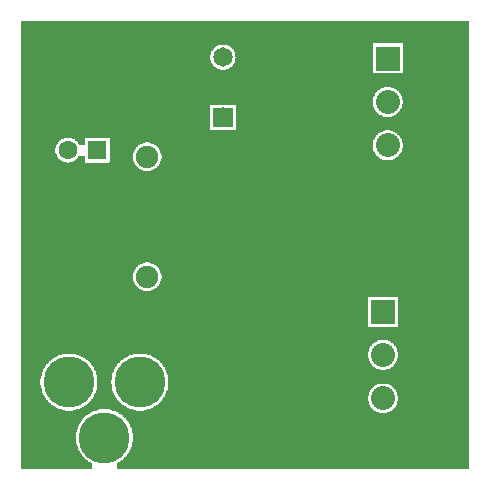
<source format=gbl>
G04 MADE WITH FRITZING*
G04 WWW.FRITZING.ORG*
G04 DOUBLE SIDED*
G04 HOLES PLATED*
G04 CONTOUR ON CENTER OF CONTOUR VECTOR*
%ASAXBY*%
%FSLAX23Y23*%
%MOIN*%
%OFA0B0*%
%SFA1.0B1.0*%
%ADD10C,0.075000*%
%ADD11C,0.170000*%
%ADD12C,0.080000*%
%ADD13C,0.062992*%
%ADD14C,0.065000*%
%ADD15R,0.062992X0.062992*%
%ADD16R,0.001000X0.001000*%
%LNCOPPER0*%
G90*
G70*
G54D10*
X1383Y1471D03*
G54D11*
X436Y330D03*
X199Y330D03*
X317Y145D03*
G54D12*
X1262Y1408D03*
X1262Y1264D03*
X1262Y1119D03*
X1246Y565D03*
X1246Y421D03*
X1246Y276D03*
G54D13*
X294Y1103D03*
X196Y1103D03*
G54D10*
X460Y1081D03*
X460Y681D03*
G54D14*
X713Y1413D03*
X713Y1213D03*
G54D15*
X294Y1103D03*
G36*
X40Y1535D02*
X40Y1459D01*
X1312Y1459D01*
X1312Y1359D01*
X1534Y1359D01*
X1534Y1535D01*
X40Y1535D01*
G37*
D02*
G36*
X40Y1459D02*
X40Y1455D01*
X724Y1455D01*
X724Y1453D01*
X730Y1453D01*
X730Y1451D01*
X734Y1451D01*
X734Y1449D01*
X736Y1449D01*
X736Y1447D01*
X740Y1447D01*
X740Y1445D01*
X742Y1445D01*
X742Y1443D01*
X744Y1443D01*
X744Y1441D01*
X746Y1441D01*
X746Y1437D01*
X748Y1437D01*
X748Y1435D01*
X750Y1435D01*
X750Y1431D01*
X752Y1431D01*
X752Y1425D01*
X754Y1425D01*
X754Y1415D01*
X756Y1415D01*
X756Y1411D01*
X754Y1411D01*
X754Y1401D01*
X752Y1401D01*
X752Y1395D01*
X750Y1395D01*
X750Y1391D01*
X748Y1391D01*
X748Y1389D01*
X746Y1389D01*
X746Y1385D01*
X744Y1385D01*
X744Y1383D01*
X742Y1383D01*
X742Y1381D01*
X740Y1381D01*
X740Y1379D01*
X736Y1379D01*
X736Y1377D01*
X734Y1377D01*
X734Y1375D01*
X730Y1375D01*
X730Y1373D01*
X722Y1373D01*
X722Y1371D01*
X1212Y1371D01*
X1212Y1459D01*
X40Y1459D01*
G37*
D02*
G36*
X40Y1455D02*
X40Y1371D01*
X702Y1371D01*
X702Y1373D01*
X696Y1373D01*
X696Y1375D01*
X692Y1375D01*
X692Y1377D01*
X688Y1377D01*
X688Y1379D01*
X686Y1379D01*
X686Y1381D01*
X684Y1381D01*
X684Y1383D01*
X682Y1383D01*
X682Y1385D01*
X680Y1385D01*
X680Y1387D01*
X678Y1387D01*
X678Y1391D01*
X676Y1391D01*
X676Y1393D01*
X674Y1393D01*
X674Y1399D01*
X672Y1399D01*
X672Y1405D01*
X670Y1405D01*
X670Y1421D01*
X672Y1421D01*
X672Y1427D01*
X674Y1427D01*
X674Y1433D01*
X676Y1433D01*
X676Y1435D01*
X678Y1435D01*
X678Y1439D01*
X680Y1439D01*
X680Y1441D01*
X682Y1441D01*
X682Y1443D01*
X684Y1443D01*
X684Y1445D01*
X686Y1445D01*
X686Y1447D01*
X688Y1447D01*
X688Y1449D01*
X692Y1449D01*
X692Y1451D01*
X696Y1451D01*
X696Y1453D01*
X702Y1453D01*
X702Y1455D01*
X40Y1455D01*
G37*
D02*
G36*
X40Y1371D02*
X40Y1369D01*
X1212Y1369D01*
X1212Y1371D01*
X40Y1371D01*
G37*
D02*
G36*
X40Y1371D02*
X40Y1369D01*
X1212Y1369D01*
X1212Y1371D01*
X40Y1371D01*
G37*
D02*
G36*
X40Y1369D02*
X40Y1359D01*
X1212Y1359D01*
X1212Y1369D01*
X40Y1369D01*
G37*
D02*
G36*
X40Y1359D02*
X40Y1357D01*
X1534Y1357D01*
X1534Y1359D01*
X40Y1359D01*
G37*
D02*
G36*
X40Y1359D02*
X40Y1357D01*
X1534Y1357D01*
X1534Y1359D01*
X40Y1359D01*
G37*
D02*
G36*
X40Y1357D02*
X40Y1313D01*
X1274Y1313D01*
X1274Y1311D01*
X1280Y1311D01*
X1280Y1309D01*
X1284Y1309D01*
X1284Y1307D01*
X1288Y1307D01*
X1288Y1305D01*
X1292Y1305D01*
X1292Y1303D01*
X1294Y1303D01*
X1294Y1301D01*
X1296Y1301D01*
X1296Y1299D01*
X1298Y1299D01*
X1298Y1297D01*
X1300Y1297D01*
X1300Y1295D01*
X1302Y1295D01*
X1302Y1291D01*
X1304Y1291D01*
X1304Y1289D01*
X1306Y1289D01*
X1306Y1285D01*
X1308Y1285D01*
X1308Y1279D01*
X1310Y1279D01*
X1310Y1271D01*
X1312Y1271D01*
X1312Y1257D01*
X1310Y1257D01*
X1310Y1247D01*
X1308Y1247D01*
X1308Y1243D01*
X1306Y1243D01*
X1306Y1239D01*
X1304Y1239D01*
X1304Y1235D01*
X1302Y1235D01*
X1302Y1233D01*
X1300Y1233D01*
X1300Y1231D01*
X1298Y1231D01*
X1298Y1229D01*
X1296Y1229D01*
X1296Y1227D01*
X1294Y1227D01*
X1294Y1225D01*
X1292Y1225D01*
X1292Y1223D01*
X1290Y1223D01*
X1290Y1221D01*
X1286Y1221D01*
X1286Y1219D01*
X1282Y1219D01*
X1282Y1217D01*
X1276Y1217D01*
X1276Y1215D01*
X1266Y1215D01*
X1266Y1213D01*
X1534Y1213D01*
X1534Y1357D01*
X40Y1357D01*
G37*
D02*
G36*
X40Y1313D02*
X40Y1255D01*
X756Y1255D01*
X756Y1213D01*
X1256Y1213D01*
X1256Y1215D01*
X1246Y1215D01*
X1246Y1217D01*
X1242Y1217D01*
X1242Y1219D01*
X1238Y1219D01*
X1238Y1221D01*
X1234Y1221D01*
X1234Y1223D01*
X1232Y1223D01*
X1232Y1225D01*
X1230Y1225D01*
X1230Y1227D01*
X1226Y1227D01*
X1226Y1231D01*
X1224Y1231D01*
X1224Y1233D01*
X1222Y1233D01*
X1222Y1235D01*
X1220Y1235D01*
X1220Y1239D01*
X1218Y1239D01*
X1218Y1241D01*
X1216Y1241D01*
X1216Y1247D01*
X1214Y1247D01*
X1214Y1253D01*
X1212Y1253D01*
X1212Y1275D01*
X1214Y1275D01*
X1214Y1281D01*
X1216Y1281D01*
X1216Y1285D01*
X1218Y1285D01*
X1218Y1289D01*
X1220Y1289D01*
X1220Y1293D01*
X1222Y1293D01*
X1222Y1295D01*
X1224Y1295D01*
X1224Y1297D01*
X1226Y1297D01*
X1226Y1299D01*
X1228Y1299D01*
X1228Y1301D01*
X1230Y1301D01*
X1230Y1303D01*
X1232Y1303D01*
X1232Y1305D01*
X1236Y1305D01*
X1236Y1307D01*
X1240Y1307D01*
X1240Y1309D01*
X1242Y1309D01*
X1242Y1311D01*
X1250Y1311D01*
X1250Y1313D01*
X40Y1313D01*
G37*
D02*
G36*
X40Y1255D02*
X40Y1171D01*
X670Y1171D01*
X670Y1255D01*
X40Y1255D01*
G37*
D02*
G36*
X756Y1213D02*
X756Y1211D01*
X1534Y1211D01*
X1534Y1213D01*
X756Y1213D01*
G37*
D02*
G36*
X756Y1213D02*
X756Y1211D01*
X1534Y1211D01*
X1534Y1213D01*
X756Y1213D01*
G37*
D02*
G36*
X756Y1211D02*
X756Y1171D01*
X1534Y1171D01*
X1534Y1211D01*
X756Y1211D01*
G37*
D02*
G36*
X40Y1171D02*
X40Y1169D01*
X1534Y1169D01*
X1534Y1171D01*
X40Y1171D01*
G37*
D02*
G36*
X40Y1171D02*
X40Y1169D01*
X1534Y1169D01*
X1534Y1171D01*
X40Y1171D01*
G37*
D02*
G36*
X40Y1169D02*
X40Y1145D01*
X336Y1145D01*
X336Y1129D01*
X466Y1129D01*
X466Y1127D01*
X474Y1127D01*
X474Y1125D01*
X480Y1125D01*
X480Y1123D01*
X484Y1123D01*
X484Y1121D01*
X486Y1121D01*
X486Y1119D01*
X490Y1119D01*
X490Y1117D01*
X492Y1117D01*
X492Y1115D01*
X494Y1115D01*
X494Y1113D01*
X496Y1113D01*
X496Y1111D01*
X498Y1111D01*
X498Y1107D01*
X500Y1107D01*
X500Y1105D01*
X502Y1105D01*
X502Y1101D01*
X504Y1101D01*
X504Y1095D01*
X506Y1095D01*
X506Y1087D01*
X508Y1087D01*
X508Y1075D01*
X506Y1075D01*
X506Y1069D01*
X1252Y1069D01*
X1252Y1071D01*
X1244Y1071D01*
X1244Y1073D01*
X1240Y1073D01*
X1240Y1075D01*
X1236Y1075D01*
X1236Y1077D01*
X1234Y1077D01*
X1234Y1079D01*
X1230Y1079D01*
X1230Y1081D01*
X1228Y1081D01*
X1228Y1083D01*
X1226Y1083D01*
X1226Y1085D01*
X1224Y1085D01*
X1224Y1087D01*
X1222Y1087D01*
X1222Y1091D01*
X1220Y1091D01*
X1220Y1093D01*
X1218Y1093D01*
X1218Y1097D01*
X1216Y1097D01*
X1216Y1101D01*
X1214Y1101D01*
X1214Y1109D01*
X1212Y1109D01*
X1212Y1129D01*
X1214Y1129D01*
X1214Y1137D01*
X1216Y1137D01*
X1216Y1141D01*
X1218Y1141D01*
X1218Y1145D01*
X1220Y1145D01*
X1220Y1147D01*
X1222Y1147D01*
X1222Y1151D01*
X1224Y1151D01*
X1224Y1153D01*
X1226Y1153D01*
X1226Y1155D01*
X1228Y1155D01*
X1228Y1157D01*
X1230Y1157D01*
X1230Y1159D01*
X1234Y1159D01*
X1234Y1161D01*
X1236Y1161D01*
X1236Y1163D01*
X1240Y1163D01*
X1240Y1165D01*
X1246Y1165D01*
X1246Y1167D01*
X1252Y1167D01*
X1252Y1169D01*
X40Y1169D01*
G37*
D02*
G36*
X1270Y1169D02*
X1270Y1167D01*
X1278Y1167D01*
X1278Y1165D01*
X1284Y1165D01*
X1284Y1163D01*
X1286Y1163D01*
X1286Y1161D01*
X1290Y1161D01*
X1290Y1159D01*
X1292Y1159D01*
X1292Y1157D01*
X1294Y1157D01*
X1294Y1155D01*
X1298Y1155D01*
X1298Y1151D01*
X1300Y1151D01*
X1300Y1149D01*
X1302Y1149D01*
X1302Y1147D01*
X1304Y1147D01*
X1304Y1143D01*
X1306Y1143D01*
X1306Y1139D01*
X1308Y1139D01*
X1308Y1135D01*
X1310Y1135D01*
X1310Y1127D01*
X1312Y1127D01*
X1312Y1111D01*
X1310Y1111D01*
X1310Y1103D01*
X1308Y1103D01*
X1308Y1097D01*
X1306Y1097D01*
X1306Y1095D01*
X1304Y1095D01*
X1304Y1091D01*
X1302Y1091D01*
X1302Y1089D01*
X1300Y1089D01*
X1300Y1085D01*
X1298Y1085D01*
X1298Y1083D01*
X1296Y1083D01*
X1296Y1081D01*
X1292Y1081D01*
X1292Y1079D01*
X1290Y1079D01*
X1290Y1077D01*
X1286Y1077D01*
X1286Y1075D01*
X1284Y1075D01*
X1284Y1073D01*
X1278Y1073D01*
X1278Y1071D01*
X1272Y1071D01*
X1272Y1069D01*
X1534Y1069D01*
X1534Y1169D01*
X1270Y1169D01*
G37*
D02*
G36*
X40Y1145D02*
X40Y1061D01*
X194Y1061D01*
X194Y1063D01*
X182Y1063D01*
X182Y1065D01*
X178Y1065D01*
X178Y1067D01*
X174Y1067D01*
X174Y1069D01*
X172Y1069D01*
X172Y1071D01*
X168Y1071D01*
X168Y1073D01*
X166Y1073D01*
X166Y1075D01*
X164Y1075D01*
X164Y1077D01*
X162Y1077D01*
X162Y1081D01*
X160Y1081D01*
X160Y1085D01*
X158Y1085D01*
X158Y1089D01*
X156Y1089D01*
X156Y1095D01*
X154Y1095D01*
X154Y1111D01*
X156Y1111D01*
X156Y1119D01*
X158Y1119D01*
X158Y1123D01*
X160Y1123D01*
X160Y1125D01*
X162Y1125D01*
X162Y1129D01*
X164Y1129D01*
X164Y1131D01*
X166Y1131D01*
X166Y1133D01*
X168Y1133D01*
X168Y1135D01*
X170Y1135D01*
X170Y1137D01*
X174Y1137D01*
X174Y1139D01*
X176Y1139D01*
X176Y1141D01*
X182Y1141D01*
X182Y1143D01*
X188Y1143D01*
X188Y1145D01*
X40Y1145D01*
G37*
D02*
G36*
X202Y1145D02*
X202Y1143D01*
X210Y1143D01*
X210Y1141D01*
X214Y1141D01*
X214Y1139D01*
X218Y1139D01*
X218Y1137D01*
X220Y1137D01*
X220Y1135D01*
X224Y1135D01*
X224Y1133D01*
X226Y1133D01*
X226Y1131D01*
X228Y1131D01*
X228Y1127D01*
X230Y1127D01*
X230Y1125D01*
X232Y1125D01*
X232Y1121D01*
X252Y1121D01*
X252Y1145D01*
X202Y1145D01*
G37*
D02*
G36*
X336Y1129D02*
X336Y1063D01*
X334Y1063D01*
X334Y1061D01*
X416Y1061D01*
X416Y1067D01*
X414Y1067D01*
X414Y1075D01*
X412Y1075D01*
X412Y1087D01*
X414Y1087D01*
X414Y1095D01*
X416Y1095D01*
X416Y1101D01*
X418Y1101D01*
X418Y1105D01*
X420Y1105D01*
X420Y1107D01*
X422Y1107D01*
X422Y1111D01*
X424Y1111D01*
X424Y1113D01*
X426Y1113D01*
X426Y1115D01*
X428Y1115D01*
X428Y1117D01*
X430Y1117D01*
X430Y1119D01*
X434Y1119D01*
X434Y1121D01*
X436Y1121D01*
X436Y1123D01*
X440Y1123D01*
X440Y1125D01*
X446Y1125D01*
X446Y1127D01*
X454Y1127D01*
X454Y1129D01*
X336Y1129D01*
G37*
D02*
G36*
X232Y1085D02*
X232Y1083D01*
X230Y1083D01*
X230Y1079D01*
X228Y1079D01*
X228Y1077D01*
X226Y1077D01*
X226Y1075D01*
X224Y1075D01*
X224Y1073D01*
X222Y1073D01*
X222Y1071D01*
X220Y1071D01*
X220Y1069D01*
X218Y1069D01*
X218Y1067D01*
X214Y1067D01*
X214Y1065D01*
X208Y1065D01*
X208Y1063D01*
X198Y1063D01*
X198Y1061D01*
X254Y1061D01*
X254Y1063D01*
X252Y1063D01*
X252Y1085D01*
X232Y1085D01*
G37*
D02*
G36*
X506Y1069D02*
X506Y1067D01*
X1534Y1067D01*
X1534Y1069D01*
X506Y1069D01*
G37*
D02*
G36*
X506Y1069D02*
X506Y1067D01*
X1534Y1067D01*
X1534Y1069D01*
X506Y1069D01*
G37*
D02*
G36*
X504Y1067D02*
X504Y1061D01*
X502Y1061D01*
X502Y1057D01*
X500Y1057D01*
X500Y1055D01*
X498Y1055D01*
X498Y1051D01*
X496Y1051D01*
X496Y1049D01*
X494Y1049D01*
X494Y1047D01*
X492Y1047D01*
X492Y1045D01*
X490Y1045D01*
X490Y1043D01*
X486Y1043D01*
X486Y1041D01*
X484Y1041D01*
X484Y1039D01*
X480Y1039D01*
X480Y1037D01*
X474Y1037D01*
X474Y1035D01*
X466Y1035D01*
X466Y1033D01*
X1534Y1033D01*
X1534Y1067D01*
X504Y1067D01*
G37*
D02*
G36*
X40Y1061D02*
X40Y1059D01*
X418Y1059D01*
X418Y1061D01*
X40Y1061D01*
G37*
D02*
G36*
X40Y1061D02*
X40Y1059D01*
X418Y1059D01*
X418Y1061D01*
X40Y1061D01*
G37*
D02*
G36*
X40Y1061D02*
X40Y1059D01*
X418Y1059D01*
X418Y1061D01*
X40Y1061D01*
G37*
D02*
G36*
X40Y1059D02*
X40Y1033D01*
X454Y1033D01*
X454Y1035D01*
X446Y1035D01*
X446Y1037D01*
X440Y1037D01*
X440Y1039D01*
X436Y1039D01*
X436Y1041D01*
X434Y1041D01*
X434Y1043D01*
X430Y1043D01*
X430Y1045D01*
X428Y1045D01*
X428Y1047D01*
X426Y1047D01*
X426Y1049D01*
X424Y1049D01*
X424Y1051D01*
X422Y1051D01*
X422Y1055D01*
X420Y1055D01*
X420Y1057D01*
X418Y1057D01*
X418Y1059D01*
X40Y1059D01*
G37*
D02*
G36*
X40Y1033D02*
X40Y1031D01*
X1534Y1031D01*
X1534Y1033D01*
X40Y1033D01*
G37*
D02*
G36*
X40Y1033D02*
X40Y1031D01*
X1534Y1031D01*
X1534Y1033D01*
X40Y1033D01*
G37*
D02*
G36*
X40Y1031D02*
X40Y729D01*
X466Y729D01*
X466Y727D01*
X474Y727D01*
X474Y725D01*
X480Y725D01*
X480Y723D01*
X484Y723D01*
X484Y721D01*
X486Y721D01*
X486Y719D01*
X490Y719D01*
X490Y717D01*
X492Y717D01*
X492Y715D01*
X494Y715D01*
X494Y713D01*
X496Y713D01*
X496Y711D01*
X498Y711D01*
X498Y707D01*
X500Y707D01*
X500Y705D01*
X502Y705D01*
X502Y701D01*
X504Y701D01*
X504Y695D01*
X506Y695D01*
X506Y687D01*
X508Y687D01*
X508Y675D01*
X506Y675D01*
X506Y667D01*
X504Y667D01*
X504Y661D01*
X502Y661D01*
X502Y657D01*
X500Y657D01*
X500Y655D01*
X498Y655D01*
X498Y651D01*
X496Y651D01*
X496Y649D01*
X494Y649D01*
X494Y647D01*
X492Y647D01*
X492Y645D01*
X490Y645D01*
X490Y643D01*
X486Y643D01*
X486Y641D01*
X484Y641D01*
X484Y639D01*
X480Y639D01*
X480Y637D01*
X474Y637D01*
X474Y635D01*
X466Y635D01*
X466Y633D01*
X1534Y633D01*
X1534Y1031D01*
X40Y1031D01*
G37*
D02*
G36*
X40Y729D02*
X40Y633D01*
X454Y633D01*
X454Y635D01*
X446Y635D01*
X446Y637D01*
X440Y637D01*
X440Y639D01*
X436Y639D01*
X436Y641D01*
X434Y641D01*
X434Y643D01*
X430Y643D01*
X430Y645D01*
X428Y645D01*
X428Y647D01*
X426Y647D01*
X426Y649D01*
X424Y649D01*
X424Y651D01*
X422Y651D01*
X422Y655D01*
X420Y655D01*
X420Y657D01*
X418Y657D01*
X418Y661D01*
X416Y661D01*
X416Y667D01*
X414Y667D01*
X414Y675D01*
X412Y675D01*
X412Y687D01*
X414Y687D01*
X414Y695D01*
X416Y695D01*
X416Y701D01*
X418Y701D01*
X418Y705D01*
X420Y705D01*
X420Y707D01*
X422Y707D01*
X422Y711D01*
X424Y711D01*
X424Y713D01*
X426Y713D01*
X426Y715D01*
X428Y715D01*
X428Y717D01*
X430Y717D01*
X430Y719D01*
X434Y719D01*
X434Y721D01*
X436Y721D01*
X436Y723D01*
X440Y723D01*
X440Y725D01*
X446Y725D01*
X446Y727D01*
X454Y727D01*
X454Y729D01*
X40Y729D01*
G37*
D02*
G36*
X40Y633D02*
X40Y631D01*
X1534Y631D01*
X1534Y633D01*
X40Y633D01*
G37*
D02*
G36*
X40Y633D02*
X40Y631D01*
X1534Y631D01*
X1534Y633D01*
X40Y633D01*
G37*
D02*
G36*
X40Y631D02*
X40Y615D01*
X1296Y615D01*
X1296Y515D01*
X1534Y515D01*
X1534Y631D01*
X40Y631D01*
G37*
D02*
G36*
X40Y615D02*
X40Y515D01*
X1196Y515D01*
X1196Y615D01*
X40Y615D01*
G37*
D02*
G36*
X40Y515D02*
X40Y513D01*
X1534Y513D01*
X1534Y515D01*
X40Y515D01*
G37*
D02*
G36*
X40Y515D02*
X40Y513D01*
X1534Y513D01*
X1534Y515D01*
X40Y515D01*
G37*
D02*
G36*
X40Y513D02*
X40Y471D01*
X1254Y471D01*
X1254Y469D01*
X1262Y469D01*
X1262Y467D01*
X1268Y467D01*
X1268Y465D01*
X1270Y465D01*
X1270Y463D01*
X1274Y463D01*
X1274Y461D01*
X1276Y461D01*
X1276Y459D01*
X1280Y459D01*
X1280Y457D01*
X1282Y457D01*
X1282Y455D01*
X1284Y455D01*
X1284Y451D01*
X1286Y451D01*
X1286Y449D01*
X1288Y449D01*
X1288Y445D01*
X1290Y445D01*
X1290Y443D01*
X1292Y443D01*
X1292Y437D01*
X1294Y437D01*
X1294Y431D01*
X1296Y431D01*
X1296Y411D01*
X1294Y411D01*
X1294Y403D01*
X1292Y403D01*
X1292Y399D01*
X1290Y399D01*
X1290Y395D01*
X1288Y395D01*
X1288Y393D01*
X1286Y393D01*
X1286Y389D01*
X1284Y389D01*
X1284Y387D01*
X1282Y387D01*
X1282Y385D01*
X1280Y385D01*
X1280Y383D01*
X1278Y383D01*
X1278Y381D01*
X1274Y381D01*
X1274Y379D01*
X1272Y379D01*
X1272Y377D01*
X1268Y377D01*
X1268Y375D01*
X1264Y375D01*
X1264Y373D01*
X1256Y373D01*
X1256Y371D01*
X1534Y371D01*
X1534Y513D01*
X40Y513D01*
G37*
D02*
G36*
X40Y471D02*
X40Y425D01*
X448Y425D01*
X448Y423D01*
X458Y423D01*
X458Y421D01*
X466Y421D01*
X466Y419D01*
X472Y419D01*
X472Y417D01*
X476Y417D01*
X476Y415D01*
X480Y415D01*
X480Y413D01*
X484Y413D01*
X484Y411D01*
X486Y411D01*
X486Y409D01*
X490Y409D01*
X490Y407D01*
X492Y407D01*
X492Y405D01*
X494Y405D01*
X494Y403D01*
X498Y403D01*
X498Y401D01*
X500Y401D01*
X500Y399D01*
X502Y399D01*
X502Y397D01*
X504Y397D01*
X504Y395D01*
X506Y395D01*
X506Y393D01*
X508Y393D01*
X508Y391D01*
X510Y391D01*
X510Y387D01*
X512Y387D01*
X512Y385D01*
X514Y385D01*
X514Y381D01*
X516Y381D01*
X516Y379D01*
X518Y379D01*
X518Y375D01*
X520Y375D01*
X520Y371D01*
X1236Y371D01*
X1236Y373D01*
X1228Y373D01*
X1228Y375D01*
X1224Y375D01*
X1224Y377D01*
X1220Y377D01*
X1220Y379D01*
X1218Y379D01*
X1218Y381D01*
X1214Y381D01*
X1214Y383D01*
X1212Y383D01*
X1212Y385D01*
X1210Y385D01*
X1210Y387D01*
X1208Y387D01*
X1208Y389D01*
X1206Y389D01*
X1206Y393D01*
X1204Y393D01*
X1204Y395D01*
X1202Y395D01*
X1202Y399D01*
X1200Y399D01*
X1200Y405D01*
X1198Y405D01*
X1198Y411D01*
X1196Y411D01*
X1196Y429D01*
X1198Y429D01*
X1198Y437D01*
X1200Y437D01*
X1200Y443D01*
X1202Y443D01*
X1202Y445D01*
X1204Y445D01*
X1204Y449D01*
X1206Y449D01*
X1206Y451D01*
X1208Y451D01*
X1208Y455D01*
X1210Y455D01*
X1210Y457D01*
X1212Y457D01*
X1212Y459D01*
X1216Y459D01*
X1216Y461D01*
X1218Y461D01*
X1218Y463D01*
X1222Y463D01*
X1222Y465D01*
X1226Y465D01*
X1226Y467D01*
X1230Y467D01*
X1230Y469D01*
X1238Y469D01*
X1238Y471D01*
X40Y471D01*
G37*
D02*
G36*
X40Y425D02*
X40Y235D01*
X186Y235D01*
X186Y237D01*
X176Y237D01*
X176Y239D01*
X170Y239D01*
X170Y241D01*
X164Y241D01*
X164Y243D01*
X160Y243D01*
X160Y245D01*
X156Y245D01*
X156Y247D01*
X152Y247D01*
X152Y249D01*
X148Y249D01*
X148Y251D01*
X146Y251D01*
X146Y253D01*
X142Y253D01*
X142Y255D01*
X140Y255D01*
X140Y257D01*
X138Y257D01*
X138Y259D01*
X136Y259D01*
X136Y261D01*
X134Y261D01*
X134Y263D01*
X132Y263D01*
X132Y265D01*
X130Y265D01*
X130Y267D01*
X128Y267D01*
X128Y269D01*
X126Y269D01*
X126Y271D01*
X124Y271D01*
X124Y273D01*
X122Y273D01*
X122Y277D01*
X120Y277D01*
X120Y279D01*
X118Y279D01*
X118Y283D01*
X116Y283D01*
X116Y287D01*
X114Y287D01*
X114Y291D01*
X112Y291D01*
X112Y295D01*
X110Y295D01*
X110Y301D01*
X108Y301D01*
X108Y309D01*
X106Y309D01*
X106Y319D01*
X104Y319D01*
X104Y341D01*
X106Y341D01*
X106Y351D01*
X108Y351D01*
X108Y359D01*
X110Y359D01*
X110Y365D01*
X112Y365D01*
X112Y369D01*
X114Y369D01*
X114Y373D01*
X116Y373D01*
X116Y377D01*
X118Y377D01*
X118Y381D01*
X120Y381D01*
X120Y383D01*
X122Y383D01*
X122Y387D01*
X124Y387D01*
X124Y389D01*
X126Y389D01*
X126Y391D01*
X128Y391D01*
X128Y393D01*
X130Y393D01*
X130Y395D01*
X132Y395D01*
X132Y397D01*
X134Y397D01*
X134Y399D01*
X136Y399D01*
X136Y401D01*
X138Y401D01*
X138Y403D01*
X140Y403D01*
X140Y405D01*
X142Y405D01*
X142Y407D01*
X146Y407D01*
X146Y409D01*
X148Y409D01*
X148Y411D01*
X152Y411D01*
X152Y413D01*
X156Y413D01*
X156Y415D01*
X160Y415D01*
X160Y417D01*
X164Y417D01*
X164Y419D01*
X170Y419D01*
X170Y421D01*
X176Y421D01*
X176Y423D01*
X188Y423D01*
X188Y425D01*
X40Y425D01*
G37*
D02*
G36*
X212Y425D02*
X212Y423D01*
X222Y423D01*
X222Y421D01*
X230Y421D01*
X230Y419D01*
X234Y419D01*
X234Y417D01*
X240Y417D01*
X240Y415D01*
X244Y415D01*
X244Y413D01*
X246Y413D01*
X246Y411D01*
X250Y411D01*
X250Y409D01*
X254Y409D01*
X254Y407D01*
X256Y407D01*
X256Y405D01*
X258Y405D01*
X258Y403D01*
X262Y403D01*
X262Y401D01*
X264Y401D01*
X264Y399D01*
X266Y399D01*
X266Y397D01*
X268Y397D01*
X268Y395D01*
X270Y395D01*
X270Y393D01*
X272Y393D01*
X272Y389D01*
X274Y389D01*
X274Y387D01*
X276Y387D01*
X276Y385D01*
X278Y385D01*
X278Y381D01*
X280Y381D01*
X280Y379D01*
X282Y379D01*
X282Y375D01*
X284Y375D01*
X284Y371D01*
X286Y371D01*
X286Y367D01*
X288Y367D01*
X288Y361D01*
X290Y361D01*
X290Y355D01*
X292Y355D01*
X292Y345D01*
X294Y345D01*
X294Y315D01*
X292Y315D01*
X292Y305D01*
X290Y305D01*
X290Y299D01*
X288Y299D01*
X288Y293D01*
X286Y293D01*
X286Y289D01*
X284Y289D01*
X284Y285D01*
X282Y285D01*
X282Y281D01*
X280Y281D01*
X280Y279D01*
X278Y279D01*
X278Y275D01*
X276Y275D01*
X276Y273D01*
X274Y273D01*
X274Y271D01*
X272Y271D01*
X272Y267D01*
X270Y267D01*
X270Y265D01*
X268Y265D01*
X268Y263D01*
X266Y263D01*
X266Y261D01*
X264Y261D01*
X264Y259D01*
X262Y259D01*
X262Y257D01*
X258Y257D01*
X258Y255D01*
X256Y255D01*
X256Y253D01*
X254Y253D01*
X254Y251D01*
X250Y251D01*
X250Y249D01*
X248Y249D01*
X248Y247D01*
X244Y247D01*
X244Y245D01*
X240Y245D01*
X240Y243D01*
X236Y243D01*
X236Y241D01*
X230Y241D01*
X230Y239D01*
X336Y239D01*
X336Y237D01*
X344Y237D01*
X344Y235D01*
X422Y235D01*
X422Y237D01*
X412Y237D01*
X412Y239D01*
X406Y239D01*
X406Y241D01*
X400Y241D01*
X400Y243D01*
X396Y243D01*
X396Y245D01*
X392Y245D01*
X392Y247D01*
X388Y247D01*
X388Y249D01*
X384Y249D01*
X384Y251D01*
X382Y251D01*
X382Y253D01*
X378Y253D01*
X378Y255D01*
X376Y255D01*
X376Y257D01*
X374Y257D01*
X374Y259D01*
X372Y259D01*
X372Y261D01*
X370Y261D01*
X370Y263D01*
X368Y263D01*
X368Y265D01*
X366Y265D01*
X366Y267D01*
X364Y267D01*
X364Y269D01*
X362Y269D01*
X362Y271D01*
X360Y271D01*
X360Y275D01*
X358Y275D01*
X358Y277D01*
X356Y277D01*
X356Y279D01*
X354Y279D01*
X354Y283D01*
X352Y283D01*
X352Y287D01*
X350Y287D01*
X350Y291D01*
X348Y291D01*
X348Y295D01*
X346Y295D01*
X346Y301D01*
X344Y301D01*
X344Y309D01*
X342Y309D01*
X342Y323D01*
X340Y323D01*
X340Y337D01*
X342Y337D01*
X342Y351D01*
X344Y351D01*
X344Y359D01*
X346Y359D01*
X346Y363D01*
X348Y363D01*
X348Y369D01*
X350Y369D01*
X350Y373D01*
X352Y373D01*
X352Y377D01*
X354Y377D01*
X354Y379D01*
X356Y379D01*
X356Y383D01*
X358Y383D01*
X358Y385D01*
X360Y385D01*
X360Y389D01*
X362Y389D01*
X362Y391D01*
X364Y391D01*
X364Y393D01*
X366Y393D01*
X366Y395D01*
X368Y395D01*
X368Y397D01*
X370Y397D01*
X370Y399D01*
X372Y399D01*
X372Y401D01*
X374Y401D01*
X374Y403D01*
X376Y403D01*
X376Y405D01*
X378Y405D01*
X378Y407D01*
X382Y407D01*
X382Y409D01*
X384Y409D01*
X384Y411D01*
X388Y411D01*
X388Y413D01*
X392Y413D01*
X392Y415D01*
X396Y415D01*
X396Y417D01*
X400Y417D01*
X400Y419D01*
X406Y419D01*
X406Y421D01*
X412Y421D01*
X412Y423D01*
X424Y423D01*
X424Y425D01*
X212Y425D01*
G37*
D02*
G36*
X522Y371D02*
X522Y369D01*
X1534Y369D01*
X1534Y371D01*
X522Y371D01*
G37*
D02*
G36*
X522Y371D02*
X522Y369D01*
X1534Y369D01*
X1534Y371D01*
X522Y371D01*
G37*
D02*
G36*
X522Y369D02*
X522Y367D01*
X524Y367D01*
X524Y361D01*
X526Y361D01*
X526Y355D01*
X528Y355D01*
X528Y347D01*
X530Y347D01*
X530Y325D01*
X1260Y325D01*
X1260Y323D01*
X1266Y323D01*
X1266Y321D01*
X1270Y321D01*
X1270Y319D01*
X1272Y319D01*
X1272Y317D01*
X1276Y317D01*
X1276Y315D01*
X1278Y315D01*
X1278Y313D01*
X1280Y313D01*
X1280Y311D01*
X1282Y311D01*
X1282Y309D01*
X1284Y309D01*
X1284Y307D01*
X1286Y307D01*
X1286Y305D01*
X1288Y305D01*
X1288Y301D01*
X1290Y301D01*
X1290Y297D01*
X1292Y297D01*
X1292Y293D01*
X1294Y293D01*
X1294Y285D01*
X1296Y285D01*
X1296Y267D01*
X1294Y267D01*
X1294Y259D01*
X1292Y259D01*
X1292Y255D01*
X1290Y255D01*
X1290Y251D01*
X1288Y251D01*
X1288Y247D01*
X1286Y247D01*
X1286Y245D01*
X1284Y245D01*
X1284Y243D01*
X1282Y243D01*
X1282Y241D01*
X1280Y241D01*
X1280Y239D01*
X1278Y239D01*
X1278Y237D01*
X1276Y237D01*
X1276Y235D01*
X1272Y235D01*
X1272Y233D01*
X1270Y233D01*
X1270Y231D01*
X1266Y231D01*
X1266Y229D01*
X1260Y229D01*
X1260Y227D01*
X1534Y227D01*
X1534Y369D01*
X522Y369D01*
G37*
D02*
G36*
X530Y325D02*
X530Y313D01*
X528Y313D01*
X528Y305D01*
X526Y305D01*
X526Y299D01*
X524Y299D01*
X524Y293D01*
X522Y293D01*
X522Y289D01*
X520Y289D01*
X520Y285D01*
X518Y285D01*
X518Y281D01*
X516Y281D01*
X516Y279D01*
X514Y279D01*
X514Y275D01*
X512Y275D01*
X512Y273D01*
X510Y273D01*
X510Y269D01*
X508Y269D01*
X508Y267D01*
X506Y267D01*
X506Y265D01*
X504Y265D01*
X504Y263D01*
X502Y263D01*
X502Y261D01*
X500Y261D01*
X500Y259D01*
X498Y259D01*
X498Y257D01*
X496Y257D01*
X496Y255D01*
X492Y255D01*
X492Y253D01*
X490Y253D01*
X490Y251D01*
X486Y251D01*
X486Y249D01*
X484Y249D01*
X484Y247D01*
X480Y247D01*
X480Y245D01*
X476Y245D01*
X476Y243D01*
X472Y243D01*
X472Y241D01*
X466Y241D01*
X466Y239D01*
X458Y239D01*
X458Y237D01*
X448Y237D01*
X448Y235D01*
X1216Y235D01*
X1216Y237D01*
X1214Y237D01*
X1214Y239D01*
X1212Y239D01*
X1212Y241D01*
X1210Y241D01*
X1210Y243D01*
X1208Y243D01*
X1208Y245D01*
X1206Y245D01*
X1206Y247D01*
X1204Y247D01*
X1204Y251D01*
X1202Y251D01*
X1202Y255D01*
X1200Y255D01*
X1200Y259D01*
X1198Y259D01*
X1198Y267D01*
X1196Y267D01*
X1196Y285D01*
X1198Y285D01*
X1198Y293D01*
X1200Y293D01*
X1200Y297D01*
X1202Y297D01*
X1202Y301D01*
X1204Y301D01*
X1204Y305D01*
X1206Y305D01*
X1206Y307D01*
X1208Y307D01*
X1208Y309D01*
X1210Y309D01*
X1210Y311D01*
X1212Y311D01*
X1212Y313D01*
X1214Y313D01*
X1214Y315D01*
X1216Y315D01*
X1216Y317D01*
X1220Y317D01*
X1220Y319D01*
X1222Y319D01*
X1222Y321D01*
X1226Y321D01*
X1226Y323D01*
X1232Y323D01*
X1232Y325D01*
X530Y325D01*
G37*
D02*
G36*
X222Y239D02*
X222Y237D01*
X212Y237D01*
X212Y235D01*
X292Y235D01*
X292Y237D01*
X300Y237D01*
X300Y239D01*
X222Y239D01*
G37*
D02*
G36*
X40Y235D02*
X40Y233D01*
X284Y233D01*
X284Y235D01*
X40Y235D01*
G37*
D02*
G36*
X40Y235D02*
X40Y233D01*
X284Y233D01*
X284Y235D01*
X40Y235D01*
G37*
D02*
G36*
X350Y235D02*
X350Y233D01*
X1220Y233D01*
X1220Y235D01*
X350Y235D01*
G37*
D02*
G36*
X350Y235D02*
X350Y233D01*
X1220Y233D01*
X1220Y235D01*
X350Y235D01*
G37*
D02*
G36*
X40Y233D02*
X40Y41D01*
X276Y41D01*
X276Y61D01*
X272Y61D01*
X272Y63D01*
X268Y63D01*
X268Y65D01*
X264Y65D01*
X264Y67D01*
X262Y67D01*
X262Y69D01*
X260Y69D01*
X260Y71D01*
X256Y71D01*
X256Y73D01*
X254Y73D01*
X254Y75D01*
X252Y75D01*
X252Y77D01*
X250Y77D01*
X250Y79D01*
X248Y79D01*
X248Y81D01*
X246Y81D01*
X246Y83D01*
X244Y83D01*
X244Y87D01*
X242Y87D01*
X242Y89D01*
X240Y89D01*
X240Y91D01*
X238Y91D01*
X238Y95D01*
X236Y95D01*
X236Y99D01*
X234Y99D01*
X234Y101D01*
X232Y101D01*
X232Y105D01*
X230Y105D01*
X230Y111D01*
X228Y111D01*
X228Y117D01*
X226Y117D01*
X226Y123D01*
X224Y123D01*
X224Y135D01*
X222Y135D01*
X222Y155D01*
X224Y155D01*
X224Y165D01*
X226Y165D01*
X226Y173D01*
X228Y173D01*
X228Y179D01*
X230Y179D01*
X230Y185D01*
X232Y185D01*
X232Y189D01*
X234Y189D01*
X234Y191D01*
X236Y191D01*
X236Y195D01*
X238Y195D01*
X238Y199D01*
X240Y199D01*
X240Y201D01*
X242Y201D01*
X242Y203D01*
X244Y203D01*
X244Y207D01*
X246Y207D01*
X246Y209D01*
X248Y209D01*
X248Y211D01*
X250Y211D01*
X250Y213D01*
X252Y213D01*
X252Y215D01*
X254Y215D01*
X254Y217D01*
X256Y217D01*
X256Y219D01*
X260Y219D01*
X260Y221D01*
X262Y221D01*
X262Y223D01*
X266Y223D01*
X266Y225D01*
X268Y225D01*
X268Y227D01*
X272Y227D01*
X272Y229D01*
X276Y229D01*
X276Y231D01*
X280Y231D01*
X280Y233D01*
X40Y233D01*
G37*
D02*
G36*
X356Y233D02*
X356Y231D01*
X360Y231D01*
X360Y229D01*
X364Y229D01*
X364Y227D01*
X1232Y227D01*
X1232Y229D01*
X1226Y229D01*
X1226Y231D01*
X1222Y231D01*
X1222Y233D01*
X356Y233D01*
G37*
D02*
G36*
X366Y227D02*
X366Y225D01*
X1534Y225D01*
X1534Y227D01*
X366Y227D01*
G37*
D02*
G36*
X366Y227D02*
X366Y225D01*
X1534Y225D01*
X1534Y227D01*
X366Y227D01*
G37*
D02*
G36*
X370Y225D02*
X370Y223D01*
X372Y223D01*
X372Y221D01*
X376Y221D01*
X376Y219D01*
X378Y219D01*
X378Y217D01*
X380Y217D01*
X380Y215D01*
X382Y215D01*
X382Y213D01*
X384Y213D01*
X384Y211D01*
X386Y211D01*
X386Y209D01*
X388Y209D01*
X388Y207D01*
X390Y207D01*
X390Y205D01*
X392Y205D01*
X392Y203D01*
X394Y203D01*
X394Y199D01*
X396Y199D01*
X396Y197D01*
X398Y197D01*
X398Y193D01*
X400Y193D01*
X400Y189D01*
X402Y189D01*
X402Y185D01*
X404Y185D01*
X404Y181D01*
X406Y181D01*
X406Y177D01*
X408Y177D01*
X408Y169D01*
X410Y169D01*
X410Y161D01*
X412Y161D01*
X412Y129D01*
X410Y129D01*
X410Y121D01*
X408Y121D01*
X408Y113D01*
X406Y113D01*
X406Y107D01*
X404Y107D01*
X404Y103D01*
X402Y103D01*
X402Y99D01*
X400Y99D01*
X400Y97D01*
X398Y97D01*
X398Y93D01*
X396Y93D01*
X396Y91D01*
X394Y91D01*
X394Y87D01*
X392Y87D01*
X392Y85D01*
X390Y85D01*
X390Y83D01*
X388Y83D01*
X388Y81D01*
X386Y81D01*
X386Y79D01*
X384Y79D01*
X384Y77D01*
X382Y77D01*
X382Y75D01*
X380Y75D01*
X380Y73D01*
X378Y73D01*
X378Y71D01*
X376Y71D01*
X376Y69D01*
X372Y69D01*
X372Y67D01*
X370Y67D01*
X370Y65D01*
X366Y65D01*
X366Y63D01*
X364Y63D01*
X364Y61D01*
X360Y61D01*
X360Y41D01*
X1534Y41D01*
X1534Y225D01*
X370Y225D01*
G37*
D02*
G54D16*
X1222Y1448D02*
X1301Y1448D01*
X1222Y1447D02*
X1301Y1447D01*
X1222Y1446D02*
X1301Y1446D01*
X1222Y1445D02*
X1301Y1445D01*
X1222Y1444D02*
X1301Y1444D01*
X1222Y1443D02*
X1301Y1443D01*
X1222Y1442D02*
X1301Y1442D01*
X1222Y1441D02*
X1301Y1441D01*
X1222Y1440D02*
X1301Y1440D01*
X1222Y1439D02*
X1301Y1439D01*
X1222Y1438D02*
X1301Y1438D01*
X1222Y1437D02*
X1301Y1437D01*
X1222Y1436D02*
X1301Y1436D01*
X1222Y1435D02*
X1301Y1435D01*
X1222Y1434D02*
X1301Y1434D01*
X1222Y1433D02*
X1301Y1433D01*
X1222Y1432D02*
X1301Y1432D01*
X1222Y1431D02*
X1255Y1431D01*
X1268Y1431D02*
X1301Y1431D01*
X1222Y1430D02*
X1252Y1430D01*
X1271Y1430D02*
X1301Y1430D01*
X1222Y1429D02*
X1250Y1429D01*
X1273Y1429D02*
X1301Y1429D01*
X1222Y1428D02*
X1248Y1428D01*
X1275Y1428D02*
X1301Y1428D01*
X1222Y1427D02*
X1247Y1427D01*
X1276Y1427D02*
X1301Y1427D01*
X1222Y1426D02*
X1246Y1426D01*
X1277Y1426D02*
X1301Y1426D01*
X1222Y1425D02*
X1245Y1425D01*
X1279Y1425D02*
X1301Y1425D01*
X1222Y1424D02*
X1244Y1424D01*
X1280Y1424D02*
X1301Y1424D01*
X1222Y1423D02*
X1243Y1423D01*
X1280Y1423D02*
X1301Y1423D01*
X1222Y1422D02*
X1242Y1422D01*
X1281Y1422D02*
X1301Y1422D01*
X1222Y1421D02*
X1241Y1421D01*
X1282Y1421D02*
X1301Y1421D01*
X1222Y1420D02*
X1241Y1420D01*
X1283Y1420D02*
X1301Y1420D01*
X1222Y1419D02*
X1240Y1419D01*
X1283Y1419D02*
X1301Y1419D01*
X1222Y1418D02*
X1240Y1418D01*
X1284Y1418D02*
X1301Y1418D01*
X1222Y1417D02*
X1239Y1417D01*
X1284Y1417D02*
X1301Y1417D01*
X1222Y1416D02*
X1239Y1416D01*
X1284Y1416D02*
X1301Y1416D01*
X1222Y1415D02*
X1239Y1415D01*
X1285Y1415D02*
X1301Y1415D01*
X1222Y1414D02*
X1238Y1414D01*
X1285Y1414D02*
X1301Y1414D01*
X1222Y1413D02*
X1238Y1413D01*
X1285Y1413D02*
X1301Y1413D01*
X1222Y1412D02*
X1238Y1412D01*
X1285Y1412D02*
X1301Y1412D01*
X1222Y1411D02*
X1238Y1411D01*
X1286Y1411D02*
X1301Y1411D01*
X1222Y1410D02*
X1238Y1410D01*
X1286Y1410D02*
X1301Y1410D01*
X1222Y1409D02*
X1237Y1409D01*
X1286Y1409D02*
X1301Y1409D01*
X1222Y1408D02*
X1237Y1408D01*
X1286Y1408D02*
X1301Y1408D01*
X1222Y1407D02*
X1238Y1407D01*
X1286Y1407D02*
X1301Y1407D01*
X1222Y1406D02*
X1238Y1406D01*
X1286Y1406D02*
X1301Y1406D01*
X1222Y1405D02*
X1238Y1405D01*
X1286Y1405D02*
X1301Y1405D01*
X1222Y1404D02*
X1238Y1404D01*
X1285Y1404D02*
X1301Y1404D01*
X1222Y1403D02*
X1238Y1403D01*
X1285Y1403D02*
X1301Y1403D01*
X1222Y1402D02*
X1238Y1402D01*
X1285Y1402D02*
X1301Y1402D01*
X1222Y1401D02*
X1239Y1401D01*
X1285Y1401D02*
X1301Y1401D01*
X1222Y1400D02*
X1239Y1400D01*
X1284Y1400D02*
X1301Y1400D01*
X1222Y1399D02*
X1239Y1399D01*
X1284Y1399D02*
X1301Y1399D01*
X1222Y1398D02*
X1240Y1398D01*
X1283Y1398D02*
X1301Y1398D01*
X1222Y1397D02*
X1240Y1397D01*
X1283Y1397D02*
X1301Y1397D01*
X1222Y1396D02*
X1241Y1396D01*
X1282Y1396D02*
X1301Y1396D01*
X1222Y1395D02*
X1241Y1395D01*
X1282Y1395D02*
X1301Y1395D01*
X1222Y1394D02*
X1242Y1394D01*
X1281Y1394D02*
X1301Y1394D01*
X1222Y1393D02*
X1243Y1393D01*
X1280Y1393D02*
X1301Y1393D01*
X1222Y1392D02*
X1244Y1392D01*
X1279Y1392D02*
X1301Y1392D01*
X1222Y1391D02*
X1245Y1391D01*
X1278Y1391D02*
X1301Y1391D01*
X1222Y1390D02*
X1246Y1390D01*
X1277Y1390D02*
X1301Y1390D01*
X1222Y1389D02*
X1247Y1389D01*
X1276Y1389D02*
X1301Y1389D01*
X1222Y1388D02*
X1249Y1388D01*
X1274Y1388D02*
X1301Y1388D01*
X1222Y1387D02*
X1251Y1387D01*
X1273Y1387D02*
X1301Y1387D01*
X1222Y1386D02*
X1253Y1386D01*
X1270Y1386D02*
X1301Y1386D01*
X1222Y1385D02*
X1256Y1385D01*
X1267Y1385D02*
X1301Y1385D01*
X1222Y1384D02*
X1301Y1384D01*
X1222Y1383D02*
X1301Y1383D01*
X1222Y1382D02*
X1301Y1382D01*
X1222Y1381D02*
X1301Y1381D01*
X1222Y1380D02*
X1301Y1380D01*
X1222Y1379D02*
X1301Y1379D01*
X1222Y1378D02*
X1301Y1378D01*
X1222Y1377D02*
X1301Y1377D01*
X1222Y1376D02*
X1301Y1376D01*
X1222Y1375D02*
X1301Y1375D01*
X1222Y1374D02*
X1301Y1374D01*
X1222Y1373D02*
X1301Y1373D01*
X1222Y1372D02*
X1301Y1372D01*
X1222Y1371D02*
X1301Y1371D01*
X1222Y1370D02*
X1301Y1370D01*
X1222Y1369D02*
X1301Y1369D01*
X681Y1245D02*
X745Y1245D01*
X681Y1244D02*
X745Y1244D01*
X681Y1243D02*
X745Y1243D01*
X681Y1242D02*
X745Y1242D01*
X681Y1241D02*
X745Y1241D01*
X681Y1240D02*
X745Y1240D01*
X681Y1239D02*
X745Y1239D01*
X681Y1238D02*
X745Y1238D01*
X681Y1237D02*
X745Y1237D01*
X681Y1236D02*
X745Y1236D01*
X681Y1235D02*
X745Y1235D01*
X681Y1234D02*
X745Y1234D01*
X681Y1233D02*
X745Y1233D01*
X681Y1232D02*
X745Y1232D01*
X681Y1231D02*
X745Y1231D01*
X681Y1230D02*
X745Y1230D01*
X681Y1229D02*
X745Y1229D01*
X681Y1228D02*
X745Y1228D01*
X681Y1227D02*
X745Y1227D01*
X681Y1226D02*
X709Y1226D01*
X717Y1226D02*
X745Y1226D01*
X681Y1225D02*
X706Y1225D01*
X719Y1225D02*
X745Y1225D01*
X681Y1224D02*
X704Y1224D01*
X721Y1224D02*
X745Y1224D01*
X681Y1223D02*
X703Y1223D01*
X722Y1223D02*
X745Y1223D01*
X681Y1222D02*
X702Y1222D01*
X723Y1222D02*
X745Y1222D01*
X681Y1221D02*
X701Y1221D01*
X724Y1221D02*
X745Y1221D01*
X681Y1220D02*
X701Y1220D01*
X725Y1220D02*
X745Y1220D01*
X681Y1219D02*
X700Y1219D01*
X725Y1219D02*
X745Y1219D01*
X681Y1218D02*
X700Y1218D01*
X726Y1218D02*
X745Y1218D01*
X681Y1217D02*
X699Y1217D01*
X726Y1217D02*
X745Y1217D01*
X681Y1216D02*
X699Y1216D01*
X727Y1216D02*
X745Y1216D01*
X681Y1215D02*
X699Y1215D01*
X727Y1215D02*
X745Y1215D01*
X681Y1214D02*
X699Y1214D01*
X727Y1214D02*
X745Y1214D01*
X681Y1213D02*
X699Y1213D01*
X727Y1213D02*
X745Y1213D01*
X681Y1212D02*
X699Y1212D01*
X727Y1212D02*
X745Y1212D01*
X681Y1211D02*
X699Y1211D01*
X727Y1211D02*
X745Y1211D01*
X681Y1210D02*
X699Y1210D01*
X727Y1210D02*
X745Y1210D01*
X681Y1209D02*
X699Y1209D01*
X726Y1209D02*
X745Y1209D01*
X681Y1208D02*
X699Y1208D01*
X726Y1208D02*
X745Y1208D01*
X681Y1207D02*
X700Y1207D01*
X726Y1207D02*
X745Y1207D01*
X681Y1206D02*
X700Y1206D01*
X725Y1206D02*
X745Y1206D01*
X681Y1205D02*
X701Y1205D01*
X725Y1205D02*
X745Y1205D01*
X681Y1204D02*
X702Y1204D01*
X724Y1204D02*
X745Y1204D01*
X681Y1203D02*
X703Y1203D01*
X723Y1203D02*
X745Y1203D01*
X681Y1202D02*
X704Y1202D01*
X722Y1202D02*
X745Y1202D01*
X681Y1201D02*
X705Y1201D01*
X720Y1201D02*
X745Y1201D01*
X681Y1200D02*
X707Y1200D01*
X719Y1200D02*
X745Y1200D01*
X681Y1199D02*
X712Y1199D01*
X714Y1199D02*
X745Y1199D01*
X681Y1198D02*
X745Y1198D01*
X681Y1197D02*
X745Y1197D01*
X681Y1196D02*
X745Y1196D01*
X681Y1195D02*
X745Y1195D01*
X681Y1194D02*
X745Y1194D01*
X681Y1193D02*
X745Y1193D01*
X681Y1192D02*
X745Y1192D01*
X681Y1191D02*
X745Y1191D01*
X681Y1190D02*
X745Y1190D01*
X681Y1189D02*
X745Y1189D01*
X681Y1188D02*
X745Y1188D01*
X681Y1187D02*
X745Y1187D01*
X681Y1186D02*
X745Y1186D01*
X681Y1185D02*
X745Y1185D01*
X681Y1184D02*
X745Y1184D01*
X681Y1183D02*
X745Y1183D01*
X681Y1182D02*
X745Y1182D01*
X681Y1181D02*
X745Y1181D01*
X1206Y605D02*
X1285Y605D01*
X1206Y604D02*
X1285Y604D01*
X1206Y603D02*
X1285Y603D01*
X1206Y602D02*
X1285Y602D01*
X1206Y601D02*
X1285Y601D01*
X1206Y600D02*
X1285Y600D01*
X1206Y599D02*
X1285Y599D01*
X1206Y598D02*
X1285Y598D01*
X1206Y597D02*
X1285Y597D01*
X1206Y596D02*
X1285Y596D01*
X1206Y595D02*
X1285Y595D01*
X1206Y594D02*
X1285Y594D01*
X1206Y593D02*
X1285Y593D01*
X1206Y592D02*
X1285Y592D01*
X1206Y591D02*
X1285Y591D01*
X1206Y590D02*
X1285Y590D01*
X1206Y589D02*
X1242Y589D01*
X1249Y589D02*
X1285Y589D01*
X1206Y588D02*
X1238Y588D01*
X1254Y588D02*
X1285Y588D01*
X1206Y587D02*
X1235Y587D01*
X1256Y587D02*
X1285Y587D01*
X1206Y586D02*
X1234Y586D01*
X1258Y586D02*
X1285Y586D01*
X1206Y585D02*
X1232Y585D01*
X1260Y585D02*
X1285Y585D01*
X1206Y584D02*
X1231Y584D01*
X1261Y584D02*
X1285Y584D01*
X1206Y583D02*
X1229Y583D01*
X1262Y583D02*
X1285Y583D01*
X1206Y582D02*
X1228Y582D01*
X1263Y582D02*
X1285Y582D01*
X1206Y581D02*
X1228Y581D01*
X1264Y581D02*
X1285Y581D01*
X1206Y580D02*
X1227Y580D01*
X1265Y580D02*
X1285Y580D01*
X1206Y579D02*
X1226Y579D01*
X1266Y579D02*
X1285Y579D01*
X1206Y578D02*
X1225Y578D01*
X1266Y578D02*
X1285Y578D01*
X1206Y577D02*
X1225Y577D01*
X1267Y577D02*
X1285Y577D01*
X1206Y576D02*
X1224Y576D01*
X1268Y576D02*
X1285Y576D01*
X1206Y575D02*
X1224Y575D01*
X1268Y575D02*
X1285Y575D01*
X1206Y574D02*
X1223Y574D01*
X1268Y574D02*
X1285Y574D01*
X1206Y573D02*
X1223Y573D01*
X1269Y573D02*
X1285Y573D01*
X1206Y572D02*
X1223Y572D01*
X1269Y572D02*
X1285Y572D01*
X1206Y571D02*
X1222Y571D01*
X1269Y571D02*
X1285Y571D01*
X1206Y570D02*
X1222Y570D01*
X1270Y570D02*
X1285Y570D01*
X1206Y569D02*
X1222Y569D01*
X1270Y569D02*
X1285Y569D01*
X1206Y568D02*
X1222Y568D01*
X1270Y568D02*
X1285Y568D01*
X1206Y567D02*
X1222Y567D01*
X1270Y567D02*
X1285Y567D01*
X1206Y566D02*
X1222Y566D01*
X1270Y566D02*
X1285Y566D01*
X1206Y565D02*
X1222Y565D01*
X1270Y565D02*
X1285Y565D01*
X1206Y564D02*
X1222Y564D01*
X1270Y564D02*
X1285Y564D01*
X1206Y563D02*
X1222Y563D01*
X1270Y563D02*
X1285Y563D01*
X1206Y562D02*
X1222Y562D01*
X1270Y562D02*
X1285Y562D01*
X1206Y561D02*
X1222Y561D01*
X1270Y561D02*
X1285Y561D01*
X1206Y560D02*
X1222Y560D01*
X1269Y560D02*
X1285Y560D01*
X1206Y559D02*
X1223Y559D01*
X1269Y559D02*
X1285Y559D01*
X1206Y558D02*
X1223Y558D01*
X1269Y558D02*
X1285Y558D01*
X1206Y557D02*
X1223Y557D01*
X1268Y557D02*
X1285Y557D01*
X1206Y556D02*
X1224Y556D01*
X1268Y556D02*
X1285Y556D01*
X1206Y555D02*
X1224Y555D01*
X1267Y555D02*
X1285Y555D01*
X1206Y554D02*
X1225Y554D01*
X1267Y554D02*
X1285Y554D01*
X1206Y553D02*
X1225Y553D01*
X1266Y553D02*
X1285Y553D01*
X1206Y552D02*
X1226Y552D01*
X1266Y552D02*
X1285Y552D01*
X1206Y551D02*
X1227Y551D01*
X1265Y551D02*
X1285Y551D01*
X1206Y550D02*
X1228Y550D01*
X1264Y550D02*
X1285Y550D01*
X1206Y549D02*
X1229Y549D01*
X1263Y549D02*
X1285Y549D01*
X1206Y548D02*
X1230Y548D01*
X1262Y548D02*
X1285Y548D01*
X1206Y547D02*
X1231Y547D01*
X1261Y547D02*
X1285Y547D01*
X1206Y546D02*
X1232Y546D01*
X1260Y546D02*
X1285Y546D01*
X1206Y545D02*
X1234Y545D01*
X1258Y545D02*
X1285Y545D01*
X1206Y544D02*
X1236Y544D01*
X1256Y544D02*
X1285Y544D01*
X1206Y543D02*
X1239Y543D01*
X1253Y543D02*
X1285Y543D01*
X1206Y542D02*
X1285Y542D01*
X1206Y541D02*
X1285Y541D01*
X1206Y540D02*
X1285Y540D01*
X1206Y539D02*
X1285Y539D01*
X1206Y538D02*
X1285Y538D01*
X1206Y537D02*
X1285Y537D01*
X1206Y536D02*
X1285Y536D01*
X1206Y535D02*
X1285Y535D01*
X1206Y534D02*
X1285Y534D01*
X1206Y533D02*
X1285Y533D01*
X1206Y532D02*
X1285Y532D01*
X1206Y531D02*
X1285Y531D01*
X1206Y530D02*
X1285Y530D01*
X1206Y529D02*
X1285Y529D01*
X1206Y528D02*
X1285Y528D01*
X1206Y527D02*
X1285Y527D01*
X1206Y526D02*
X1285Y526D01*
D02*
G04 End of Copper0*
M02*
</source>
